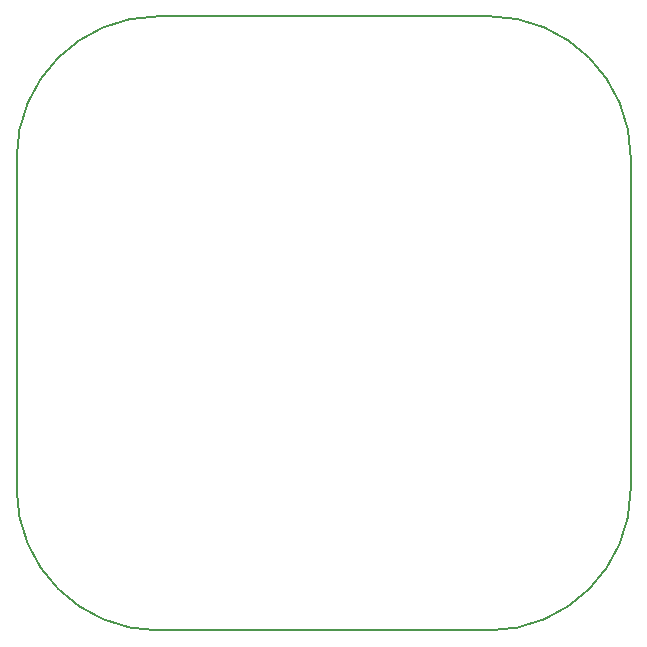
<source format=gbr>
%TF.GenerationSoftware,KiCad,Pcbnew,(5.1.10)-1*%
%TF.CreationDate,2021-12-21T20:41:07+01:00*%
%TF.ProjectId,VolumeKnob,566f6c75-6d65-44b6-9e6f-622e6b696361,rev?*%
%TF.SameCoordinates,Original*%
%TF.FileFunction,Profile,NP*%
%FSLAX46Y46*%
G04 Gerber Fmt 4.6, Leading zero omitted, Abs format (unit mm)*
G04 Created by KiCad (PCBNEW (5.1.10)-1) date 2021-12-21 20:41:07*
%MOMM*%
%LPD*%
G01*
G04 APERTURE LIST*
%TA.AperFunction,Profile*%
%ADD10C,0.200000*%
%TD*%
G04 APERTURE END LIST*
D10*
X112930000Y-68230000D02*
X84930000Y-68230000D01*
X84930000Y-120230000D02*
X112930000Y-120230000D01*
X72930000Y-80230000D02*
G75*
G02*
X84930000Y-68230000I12000000J0D01*
G01*
X84930000Y-120230000D02*
G75*
G02*
X72930000Y-108230000I0J12000000D01*
G01*
X72930000Y-80230000D02*
X72930000Y-108230000D01*
X112930000Y-68230000D02*
G75*
G02*
X124930000Y-80230000I0J-12000000D01*
G01*
X124930000Y-108230000D02*
G75*
G02*
X112930000Y-120230000I-12000000J0D01*
G01*
X124930000Y-108230000D02*
X124930000Y-80230000D01*
M02*

</source>
